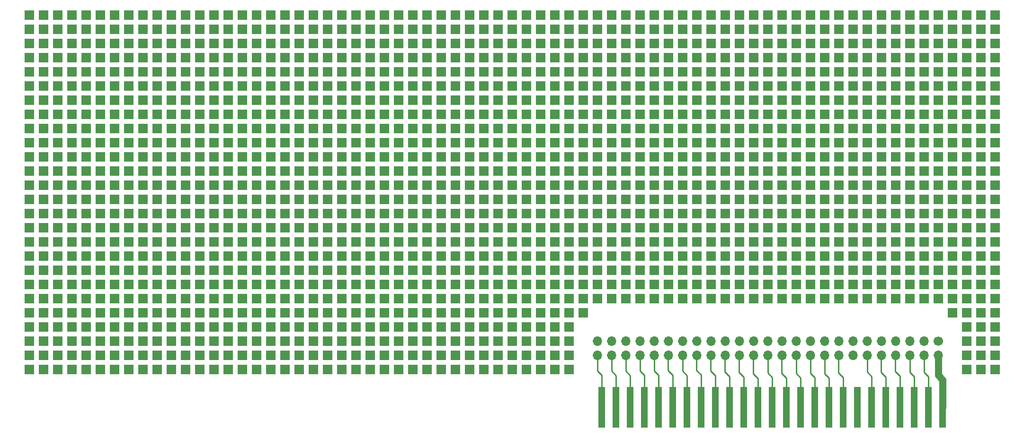
<source format=gtl>
G04 #@! TF.GenerationSoftware,KiCad,Pcbnew,(5.1.2)-1*
G04 #@! TF.CreationDate,2019-09-18T07:33:38-07:00*
G04 #@! TF.ProjectId,AppleIIPerfBoardCard,4170706c-6549-4495-9065-7266426f6172,rev?*
G04 #@! TF.SameCoordinates,Original*
G04 #@! TF.FileFunction,Copper,L1,Top*
G04 #@! TF.FilePolarity,Positive*
%FSLAX46Y46*%
G04 Gerber Fmt 4.6, Leading zero omitted, Abs format (unit mm)*
G04 Created by KiCad (PCBNEW (5.1.2)-1) date 2019-09-18 07:33:38*
%MOMM*%
%LPD*%
G04 APERTURE LIST*
%ADD10O,1.700000X1.700000*%
%ADD11C,1.700000*%
%ADD12R,1.270000X7.300000*%
%ADD13R,1.700000X1.700000*%
%ADD14C,0.254000*%
%ADD15C,1.270000*%
G04 APERTURE END LIST*
D10*
X159131000Y-124432060D03*
X159131000Y-121892060D03*
X161671000Y-124432060D03*
X161671000Y-121892060D03*
X164211000Y-124432060D03*
X164211000Y-121892060D03*
X166751000Y-124432060D03*
X166751000Y-121892060D03*
X169291000Y-124432060D03*
X169291000Y-121892060D03*
X171831000Y-124432060D03*
X171831000Y-121892060D03*
X174371000Y-124432060D03*
X174371000Y-121892060D03*
X176911000Y-124432060D03*
X176911000Y-121892060D03*
X179451000Y-124432060D03*
X179451000Y-121892060D03*
X181991000Y-124432060D03*
X181991000Y-121892060D03*
X184531000Y-124432060D03*
X184531000Y-121892060D03*
X187071000Y-124432060D03*
X187071000Y-121892060D03*
X189611000Y-124432060D03*
X189611000Y-121892060D03*
X192151000Y-124432060D03*
X192151000Y-121892060D03*
X194691000Y-124432060D03*
X194691000Y-121892060D03*
X197231000Y-124432060D03*
X197231000Y-121892060D03*
X199771000Y-124432060D03*
X199771000Y-121892060D03*
X202311000Y-124432060D03*
X202311000Y-121892060D03*
X204851000Y-124432060D03*
X204851000Y-121892060D03*
X207391000Y-124432060D03*
X207391000Y-121892060D03*
X209931000Y-124432060D03*
X209931000Y-121892060D03*
X212471000Y-124432060D03*
X212471000Y-121892060D03*
X215011000Y-124432060D03*
X215011000Y-121892060D03*
X217551000Y-124432060D03*
X217551000Y-121892060D03*
X220091000Y-124432060D03*
D11*
X220091000Y-121892060D03*
D12*
X159944881Y-133761681D03*
X162484881Y-133761681D03*
X165024881Y-133761681D03*
X167564881Y-133761681D03*
X170104881Y-133761681D03*
X172644881Y-133761681D03*
X175184881Y-133761681D03*
X177724881Y-133761681D03*
X180264881Y-133761681D03*
X182804881Y-133761681D03*
X185344881Y-133761681D03*
X187884881Y-133761681D03*
X190424881Y-133761681D03*
X192964881Y-133761681D03*
X195504881Y-133761681D03*
X198044881Y-133761681D03*
X200584881Y-133761681D03*
X203124881Y-133761681D03*
X205664881Y-133761681D03*
X208204881Y-133761681D03*
X210744881Y-133761681D03*
X213284881Y-133761681D03*
X215824881Y-133761681D03*
X218364881Y-133761681D03*
X220904881Y-133761681D03*
D13*
X230251000Y-126972060D03*
X227711000Y-126972060D03*
X225171000Y-126972060D03*
X154051000Y-126972060D03*
X151511000Y-126972060D03*
X148971000Y-126972060D03*
X146431000Y-126972060D03*
X143891000Y-126972060D03*
X141351000Y-126972060D03*
X138811000Y-126972060D03*
X136271000Y-126972060D03*
X133731000Y-126972060D03*
X131191000Y-126972060D03*
X128651000Y-126972060D03*
X126111000Y-126972060D03*
X123571000Y-126972060D03*
X121031000Y-126972060D03*
X118491000Y-126972060D03*
X115951000Y-126972060D03*
X113411000Y-126972060D03*
X110871000Y-126972060D03*
X108331000Y-126972060D03*
X105791000Y-126972060D03*
X103251000Y-126972060D03*
X100711000Y-126972060D03*
X98171000Y-126972060D03*
X95631000Y-126972060D03*
X93091000Y-126972060D03*
X90551000Y-126972060D03*
X88011000Y-126972060D03*
X85471000Y-126972060D03*
X82931000Y-126972060D03*
X80391000Y-126972060D03*
X77851000Y-126972060D03*
X75311000Y-126972060D03*
X72771000Y-126972060D03*
X70231000Y-126972060D03*
X67691000Y-126972060D03*
X65151000Y-126972060D03*
X62611000Y-126972060D03*
X60071000Y-126972060D03*
X57531000Y-126972060D03*
X230251000Y-124432060D03*
X227711000Y-124432060D03*
X225171000Y-124432060D03*
X154051000Y-124432060D03*
X151511000Y-124432060D03*
X148971000Y-124432060D03*
X146431000Y-124432060D03*
X143891000Y-124432060D03*
X141351000Y-124432060D03*
X138811000Y-124432060D03*
X136271000Y-124432060D03*
X133731000Y-124432060D03*
X131191000Y-124432060D03*
X128651000Y-124432060D03*
X126111000Y-124432060D03*
X123571000Y-124432060D03*
X121031000Y-124432060D03*
X118491000Y-124432060D03*
X115951000Y-124432060D03*
X113411000Y-124432060D03*
X110871000Y-124432060D03*
X108331000Y-124432060D03*
X105791000Y-124432060D03*
X103251000Y-124432060D03*
X100711000Y-124432060D03*
X98171000Y-124432060D03*
X95631000Y-124432060D03*
X93091000Y-124432060D03*
X90551000Y-124432060D03*
X88011000Y-124432060D03*
X85471000Y-124432060D03*
X82931000Y-124432060D03*
X80391000Y-124432060D03*
X77851000Y-124432060D03*
X75311000Y-124432060D03*
X72771000Y-124432060D03*
X70231000Y-124432060D03*
X67691000Y-124432060D03*
X65151000Y-124432060D03*
X62611000Y-124432060D03*
X60071000Y-124432060D03*
X57531000Y-124432060D03*
X230251000Y-121892060D03*
X227711000Y-121892060D03*
X225171000Y-121892060D03*
X154051000Y-121892060D03*
X151511000Y-121892060D03*
X148971000Y-121892060D03*
X146431000Y-121892060D03*
X143891000Y-121892060D03*
X141351000Y-121892060D03*
X138811000Y-121892060D03*
X136271000Y-121892060D03*
X133731000Y-121892060D03*
X131191000Y-121892060D03*
X128651000Y-121892060D03*
X126111000Y-121892060D03*
X123571000Y-121892060D03*
X121031000Y-121892060D03*
X118491000Y-121892060D03*
X115951000Y-121892060D03*
X113411000Y-121892060D03*
X110871000Y-121892060D03*
X108331000Y-121892060D03*
X105791000Y-121892060D03*
X103251000Y-121892060D03*
X100711000Y-121892060D03*
X98171000Y-121892060D03*
X95631000Y-121892060D03*
X93091000Y-121892060D03*
X90551000Y-121892060D03*
X88011000Y-121892060D03*
X85471000Y-121892060D03*
X82931000Y-121892060D03*
X80391000Y-121892060D03*
X77851000Y-121892060D03*
X75311000Y-121892060D03*
X72771000Y-121892060D03*
X70231000Y-121892060D03*
X67691000Y-121892060D03*
X65151000Y-121892060D03*
X62611000Y-121892060D03*
X60071000Y-121892060D03*
X57531000Y-121892060D03*
X230251000Y-119352060D03*
X227711000Y-119352060D03*
X225171000Y-119352060D03*
X154051000Y-119352060D03*
X151511000Y-119352060D03*
X148971000Y-119352060D03*
X146431000Y-119352060D03*
X143891000Y-119352060D03*
X141351000Y-119352060D03*
X138811000Y-119352060D03*
X136271000Y-119352060D03*
X133731000Y-119352060D03*
X131191000Y-119352060D03*
X128651000Y-119352060D03*
X126111000Y-119352060D03*
X123571000Y-119352060D03*
X121031000Y-119352060D03*
X118491000Y-119352060D03*
X115951000Y-119352060D03*
X113411000Y-119352060D03*
X110871000Y-119352060D03*
X108331000Y-119352060D03*
X105791000Y-119352060D03*
X103251000Y-119352060D03*
X100711000Y-119352060D03*
X98171000Y-119352060D03*
X95631000Y-119352060D03*
X93091000Y-119352060D03*
X90551000Y-119352060D03*
X88011000Y-119352060D03*
X85471000Y-119352060D03*
X82931000Y-119352060D03*
X80391000Y-119352060D03*
X77851000Y-119352060D03*
X75311000Y-119352060D03*
X72771000Y-119352060D03*
X70231000Y-119352060D03*
X67691000Y-119352060D03*
X65151000Y-119352060D03*
X62611000Y-119352060D03*
X60071000Y-119352060D03*
X57531000Y-119352060D03*
X230251000Y-116812060D03*
X227711000Y-116812060D03*
X225171000Y-116812060D03*
X222631000Y-116812060D03*
X156591000Y-116812060D03*
X154051000Y-116812060D03*
X151511000Y-116812060D03*
X148971000Y-116812060D03*
X146431000Y-116812060D03*
X143891000Y-116812060D03*
X141351000Y-116812060D03*
X138811000Y-116812060D03*
X136271000Y-116812060D03*
X133731000Y-116812060D03*
X131191000Y-116812060D03*
X128651000Y-116812060D03*
X126111000Y-116812060D03*
X123571000Y-116812060D03*
X121031000Y-116812060D03*
X118491000Y-116812060D03*
X115951000Y-116812060D03*
X113411000Y-116812060D03*
X110871000Y-116812060D03*
X108331000Y-116812060D03*
X105791000Y-116812060D03*
X103251000Y-116812060D03*
X100711000Y-116812060D03*
X98171000Y-116812060D03*
X95631000Y-116812060D03*
X93091000Y-116812060D03*
X90551000Y-116812060D03*
X88011000Y-116812060D03*
X85471000Y-116812060D03*
X82931000Y-116812060D03*
X80391000Y-116812060D03*
X77851000Y-116812060D03*
X75311000Y-116812060D03*
X72771000Y-116812060D03*
X70231000Y-116812060D03*
X67691000Y-116812060D03*
X65151000Y-116812060D03*
X62611000Y-116812060D03*
X60071000Y-116812060D03*
X57531000Y-116812060D03*
X230251000Y-114272060D03*
X227711000Y-114272060D03*
X225171000Y-114272060D03*
X222631000Y-114272060D03*
X220091000Y-114272060D03*
X217551000Y-114272060D03*
X215011000Y-114272060D03*
X212471000Y-114272060D03*
X209931000Y-114272060D03*
X207391000Y-114272060D03*
X204851000Y-114272060D03*
X202311000Y-114272060D03*
X199771000Y-114272060D03*
X197231000Y-114272060D03*
X194691000Y-114272060D03*
X192151000Y-114272060D03*
X189611000Y-114272060D03*
X187071000Y-114272060D03*
X184531000Y-114272060D03*
X181991000Y-114272060D03*
X179451000Y-114272060D03*
X176911000Y-114272060D03*
X174371000Y-114272060D03*
X171831000Y-114272060D03*
X169291000Y-114272060D03*
X166751000Y-114272060D03*
X164211000Y-114272060D03*
X161671000Y-114272060D03*
X159131000Y-114272060D03*
X156591000Y-114272060D03*
X154051000Y-114272060D03*
X151511000Y-114272060D03*
X148971000Y-114272060D03*
X146431000Y-114272060D03*
X143891000Y-114272060D03*
X141351000Y-114272060D03*
X138811000Y-114272060D03*
X136271000Y-114272060D03*
X133731000Y-114272060D03*
X131191000Y-114272060D03*
X128651000Y-114272060D03*
X126111000Y-114272060D03*
X123571000Y-114272060D03*
X121031000Y-114272060D03*
X118491000Y-114272060D03*
X115951000Y-114272060D03*
X113411000Y-114272060D03*
X110871000Y-114272060D03*
X108331000Y-114272060D03*
X105791000Y-114272060D03*
X103251000Y-114272060D03*
X100711000Y-114272060D03*
X98171000Y-114272060D03*
X95631000Y-114272060D03*
X93091000Y-114272060D03*
X90551000Y-114272060D03*
X88011000Y-114272060D03*
X85471000Y-114272060D03*
X82931000Y-114272060D03*
X80391000Y-114272060D03*
X77851000Y-114272060D03*
X75311000Y-114272060D03*
X72771000Y-114272060D03*
X70231000Y-114272060D03*
X67691000Y-114272060D03*
X65151000Y-114272060D03*
X62611000Y-114272060D03*
X60071000Y-114272060D03*
X57531000Y-114272060D03*
X230251000Y-111732060D03*
X227711000Y-111732060D03*
X225171000Y-111732060D03*
X222631000Y-111732060D03*
X220091000Y-111732060D03*
X217551000Y-111732060D03*
X215011000Y-111732060D03*
X212471000Y-111732060D03*
X209931000Y-111732060D03*
X207391000Y-111732060D03*
X204851000Y-111732060D03*
X202311000Y-111732060D03*
X199771000Y-111732060D03*
X197231000Y-111732060D03*
X194691000Y-111732060D03*
X192151000Y-111732060D03*
X189611000Y-111732060D03*
X187071000Y-111732060D03*
X184531000Y-111732060D03*
X181991000Y-111732060D03*
X179451000Y-111732060D03*
X176911000Y-111732060D03*
X174371000Y-111732060D03*
X171831000Y-111732060D03*
X169291000Y-111732060D03*
X166751000Y-111732060D03*
X164211000Y-111732060D03*
X161671000Y-111732060D03*
X159131000Y-111732060D03*
X156591000Y-111732060D03*
X154051000Y-111732060D03*
X151511000Y-111732060D03*
X148971000Y-111732060D03*
X146431000Y-111732060D03*
X143891000Y-111732060D03*
X141351000Y-111732060D03*
X138811000Y-111732060D03*
X136271000Y-111732060D03*
X133731000Y-111732060D03*
X131191000Y-111732060D03*
X128651000Y-111732060D03*
X126111000Y-111732060D03*
X123571000Y-111732060D03*
X121031000Y-111732060D03*
X118491000Y-111732060D03*
X115951000Y-111732060D03*
X113411000Y-111732060D03*
X110871000Y-111732060D03*
X108331000Y-111732060D03*
X105791000Y-111732060D03*
X103251000Y-111732060D03*
X100711000Y-111732060D03*
X98171000Y-111732060D03*
X95631000Y-111732060D03*
X93091000Y-111732060D03*
X90551000Y-111732060D03*
X88011000Y-111732060D03*
X85471000Y-111732060D03*
X82931000Y-111732060D03*
X80391000Y-111732060D03*
X77851000Y-111732060D03*
X75311000Y-111732060D03*
X72771000Y-111732060D03*
X70231000Y-111732060D03*
X67691000Y-111732060D03*
X65151000Y-111732060D03*
X62611000Y-111732060D03*
X60071000Y-111732060D03*
X57531000Y-111732060D03*
X230251000Y-109192060D03*
X227711000Y-109192060D03*
X225171000Y-109192060D03*
X222631000Y-109192060D03*
X220091000Y-109192060D03*
X217551000Y-109192060D03*
X215011000Y-109192060D03*
X212471000Y-109192060D03*
X209931000Y-109192060D03*
X207391000Y-109192060D03*
X204851000Y-109192060D03*
X202311000Y-109192060D03*
X199771000Y-109192060D03*
X197231000Y-109192060D03*
X194691000Y-109192060D03*
X192151000Y-109192060D03*
X189611000Y-109192060D03*
X187071000Y-109192060D03*
X184531000Y-109192060D03*
X181991000Y-109192060D03*
X179451000Y-109192060D03*
X176911000Y-109192060D03*
X174371000Y-109192060D03*
X171831000Y-109192060D03*
X169291000Y-109192060D03*
X166751000Y-109192060D03*
X164211000Y-109192060D03*
X161671000Y-109192060D03*
X159131000Y-109192060D03*
X156591000Y-109192060D03*
X154051000Y-109192060D03*
X151511000Y-109192060D03*
X148971000Y-109192060D03*
X146431000Y-109192060D03*
X143891000Y-109192060D03*
X141351000Y-109192060D03*
X138811000Y-109192060D03*
X136271000Y-109192060D03*
X133731000Y-109192060D03*
X131191000Y-109192060D03*
X128651000Y-109192060D03*
X126111000Y-109192060D03*
X123571000Y-109192060D03*
X121031000Y-109192060D03*
X118491000Y-109192060D03*
X115951000Y-109192060D03*
X113411000Y-109192060D03*
X110871000Y-109192060D03*
X108331000Y-109192060D03*
X105791000Y-109192060D03*
X103251000Y-109192060D03*
X100711000Y-109192060D03*
X98171000Y-109192060D03*
X95631000Y-109192060D03*
X93091000Y-109192060D03*
X90551000Y-109192060D03*
X88011000Y-109192060D03*
X85471000Y-109192060D03*
X82931000Y-109192060D03*
X80391000Y-109192060D03*
X77851000Y-109192060D03*
X75311000Y-109192060D03*
X72771000Y-109192060D03*
X70231000Y-109192060D03*
X67691000Y-109192060D03*
X65151000Y-109192060D03*
X62611000Y-109192060D03*
X60071000Y-109192060D03*
X57531000Y-109192060D03*
X230251000Y-106652060D03*
X227711000Y-106652060D03*
X225171000Y-106652060D03*
X222631000Y-106652060D03*
X220091000Y-106652060D03*
X217551000Y-106652060D03*
X215011000Y-106652060D03*
X212471000Y-106652060D03*
X209931000Y-106652060D03*
X207391000Y-106652060D03*
X204851000Y-106652060D03*
X202311000Y-106652060D03*
X199771000Y-106652060D03*
X197231000Y-106652060D03*
X194691000Y-106652060D03*
X192151000Y-106652060D03*
X189611000Y-106652060D03*
X187071000Y-106652060D03*
X184531000Y-106652060D03*
X181991000Y-106652060D03*
X179451000Y-106652060D03*
X176911000Y-106652060D03*
X174371000Y-106652060D03*
X171831000Y-106652060D03*
X169291000Y-106652060D03*
X166751000Y-106652060D03*
X164211000Y-106652060D03*
X161671000Y-106652060D03*
X159131000Y-106652060D03*
X156591000Y-106652060D03*
X154051000Y-106652060D03*
X151511000Y-106652060D03*
X148971000Y-106652060D03*
X146431000Y-106652060D03*
X143891000Y-106652060D03*
X141351000Y-106652060D03*
X138811000Y-106652060D03*
X136271000Y-106652060D03*
X133731000Y-106652060D03*
X131191000Y-106652060D03*
X128651000Y-106652060D03*
X126111000Y-106652060D03*
X123571000Y-106652060D03*
X121031000Y-106652060D03*
X118491000Y-106652060D03*
X115951000Y-106652060D03*
X113411000Y-106652060D03*
X110871000Y-106652060D03*
X108331000Y-106652060D03*
X105791000Y-106652060D03*
X103251000Y-106652060D03*
X100711000Y-106652060D03*
X98171000Y-106652060D03*
X95631000Y-106652060D03*
X93091000Y-106652060D03*
X90551000Y-106652060D03*
X88011000Y-106652060D03*
X85471000Y-106652060D03*
X82931000Y-106652060D03*
X80391000Y-106652060D03*
X77851000Y-106652060D03*
X75311000Y-106652060D03*
X72771000Y-106652060D03*
X70231000Y-106652060D03*
X67691000Y-106652060D03*
X65151000Y-106652060D03*
X62611000Y-106652060D03*
X60071000Y-106652060D03*
X57531000Y-106652060D03*
X230251000Y-104112060D03*
X227711000Y-104112060D03*
X225171000Y-104112060D03*
X222631000Y-104112060D03*
X220091000Y-104112060D03*
X217551000Y-104112060D03*
X215011000Y-104112060D03*
X212471000Y-104112060D03*
X209931000Y-104112060D03*
X207391000Y-104112060D03*
X204851000Y-104112060D03*
X202311000Y-104112060D03*
X199771000Y-104112060D03*
X197231000Y-104112060D03*
X194691000Y-104112060D03*
X192151000Y-104112060D03*
X189611000Y-104112060D03*
X187071000Y-104112060D03*
X184531000Y-104112060D03*
X181991000Y-104112060D03*
X179451000Y-104112060D03*
X176911000Y-104112060D03*
X174371000Y-104112060D03*
X171831000Y-104112060D03*
X169291000Y-104112060D03*
X166751000Y-104112060D03*
X164211000Y-104112060D03*
X161671000Y-104112060D03*
X159131000Y-104112060D03*
X156591000Y-104112060D03*
X154051000Y-104112060D03*
X151511000Y-104112060D03*
X148971000Y-104112060D03*
X146431000Y-104112060D03*
X143891000Y-104112060D03*
X141351000Y-104112060D03*
X138811000Y-104112060D03*
X136271000Y-104112060D03*
X133731000Y-104112060D03*
X131191000Y-104112060D03*
X128651000Y-104112060D03*
X126111000Y-104112060D03*
X123571000Y-104112060D03*
X121031000Y-104112060D03*
X118491000Y-104112060D03*
X115951000Y-104112060D03*
X113411000Y-104112060D03*
X110871000Y-104112060D03*
X108331000Y-104112060D03*
X105791000Y-104112060D03*
X103251000Y-104112060D03*
X100711000Y-104112060D03*
X98171000Y-104112060D03*
X95631000Y-104112060D03*
X93091000Y-104112060D03*
X90551000Y-104112060D03*
X88011000Y-104112060D03*
X85471000Y-104112060D03*
X82931000Y-104112060D03*
X80391000Y-104112060D03*
X77851000Y-104112060D03*
X75311000Y-104112060D03*
X72771000Y-104112060D03*
X70231000Y-104112060D03*
X67691000Y-104112060D03*
X65151000Y-104112060D03*
X62611000Y-104112060D03*
X60071000Y-104112060D03*
X57531000Y-104112060D03*
X230251000Y-101572060D03*
X227711000Y-101572060D03*
X225171000Y-101572060D03*
X222631000Y-101572060D03*
X220091000Y-101572060D03*
X217551000Y-101572060D03*
X215011000Y-101572060D03*
X212471000Y-101572060D03*
X209931000Y-101572060D03*
X207391000Y-101572060D03*
X204851000Y-101572060D03*
X202311000Y-101572060D03*
X199771000Y-101572060D03*
X197231000Y-101572060D03*
X194691000Y-101572060D03*
X192151000Y-101572060D03*
X189611000Y-101572060D03*
X187071000Y-101572060D03*
X184531000Y-101572060D03*
X181991000Y-101572060D03*
X179451000Y-101572060D03*
X176911000Y-101572060D03*
X174371000Y-101572060D03*
X171831000Y-101572060D03*
X169291000Y-101572060D03*
X166751000Y-101572060D03*
X164211000Y-101572060D03*
X161671000Y-101572060D03*
X159131000Y-101572060D03*
X156591000Y-101572060D03*
X154051000Y-101572060D03*
X151511000Y-101572060D03*
X148971000Y-101572060D03*
X146431000Y-101572060D03*
X143891000Y-101572060D03*
X141351000Y-101572060D03*
X138811000Y-101572060D03*
X136271000Y-101572060D03*
X133731000Y-101572060D03*
X131191000Y-101572060D03*
X128651000Y-101572060D03*
X126111000Y-101572060D03*
X123571000Y-101572060D03*
X121031000Y-101572060D03*
X118491000Y-101572060D03*
X115951000Y-101572060D03*
X113411000Y-101572060D03*
X110871000Y-101572060D03*
X108331000Y-101572060D03*
X105791000Y-101572060D03*
X103251000Y-101572060D03*
X100711000Y-101572060D03*
X98171000Y-101572060D03*
X95631000Y-101572060D03*
X93091000Y-101572060D03*
X90551000Y-101572060D03*
X88011000Y-101572060D03*
X85471000Y-101572060D03*
X82931000Y-101572060D03*
X80391000Y-101572060D03*
X77851000Y-101572060D03*
X75311000Y-101572060D03*
X72771000Y-101572060D03*
X70231000Y-101572060D03*
X67691000Y-101572060D03*
X65151000Y-101572060D03*
X62611000Y-101572060D03*
X60071000Y-101572060D03*
X57531000Y-101572060D03*
X230251000Y-99032060D03*
X227711000Y-99032060D03*
X225171000Y-99032060D03*
X222631000Y-99032060D03*
X220091000Y-99032060D03*
X217551000Y-99032060D03*
X215011000Y-99032060D03*
X212471000Y-99032060D03*
X209931000Y-99032060D03*
X207391000Y-99032060D03*
X204851000Y-99032060D03*
X202311000Y-99032060D03*
X199771000Y-99032060D03*
X197231000Y-99032060D03*
X194691000Y-99032060D03*
X192151000Y-99032060D03*
X189611000Y-99032060D03*
X187071000Y-99032060D03*
X184531000Y-99032060D03*
X181991000Y-99032060D03*
X179451000Y-99032060D03*
X176911000Y-99032060D03*
X174371000Y-99032060D03*
X171831000Y-99032060D03*
X169291000Y-99032060D03*
X166751000Y-99032060D03*
X164211000Y-99032060D03*
X161671000Y-99032060D03*
X159131000Y-99032060D03*
X156591000Y-99032060D03*
X154051000Y-99032060D03*
X151511000Y-99032060D03*
X148971000Y-99032060D03*
X146431000Y-99032060D03*
X143891000Y-99032060D03*
X141351000Y-99032060D03*
X138811000Y-99032060D03*
X136271000Y-99032060D03*
X133731000Y-99032060D03*
X131191000Y-99032060D03*
X128651000Y-99032060D03*
X126111000Y-99032060D03*
X123571000Y-99032060D03*
X121031000Y-99032060D03*
X118491000Y-99032060D03*
X115951000Y-99032060D03*
X113411000Y-99032060D03*
X110871000Y-99032060D03*
X108331000Y-99032060D03*
X105791000Y-99032060D03*
X103251000Y-99032060D03*
X100711000Y-99032060D03*
X98171000Y-99032060D03*
X95631000Y-99032060D03*
X93091000Y-99032060D03*
X90551000Y-99032060D03*
X88011000Y-99032060D03*
X85471000Y-99032060D03*
X82931000Y-99032060D03*
X80391000Y-99032060D03*
X77851000Y-99032060D03*
X75311000Y-99032060D03*
X72771000Y-99032060D03*
X70231000Y-99032060D03*
X67691000Y-99032060D03*
X65151000Y-99032060D03*
X62611000Y-99032060D03*
X60071000Y-99032060D03*
X57531000Y-99032060D03*
X230251000Y-96492060D03*
X227711000Y-96492060D03*
X225171000Y-96492060D03*
X222631000Y-96492060D03*
X220091000Y-96492060D03*
X217551000Y-96492060D03*
X215011000Y-96492060D03*
X212471000Y-96492060D03*
X209931000Y-96492060D03*
X207391000Y-96492060D03*
X204851000Y-96492060D03*
X202311000Y-96492060D03*
X199771000Y-96492060D03*
X197231000Y-96492060D03*
X194691000Y-96492060D03*
X192151000Y-96492060D03*
X189611000Y-96492060D03*
X187071000Y-96492060D03*
X184531000Y-96492060D03*
X181991000Y-96492060D03*
X179451000Y-96492060D03*
X176911000Y-96492060D03*
X174371000Y-96492060D03*
X171831000Y-96492060D03*
X169291000Y-96492060D03*
X166751000Y-96492060D03*
X164211000Y-96492060D03*
X161671000Y-96492060D03*
X159131000Y-96492060D03*
X156591000Y-96492060D03*
X154051000Y-96492060D03*
X151511000Y-96492060D03*
X148971000Y-96492060D03*
X146431000Y-96492060D03*
X143891000Y-96492060D03*
X141351000Y-96492060D03*
X138811000Y-96492060D03*
X136271000Y-96492060D03*
X133731000Y-96492060D03*
X131191000Y-96492060D03*
X128651000Y-96492060D03*
X126111000Y-96492060D03*
X123571000Y-96492060D03*
X121031000Y-96492060D03*
X118491000Y-96492060D03*
X115951000Y-96492060D03*
X113411000Y-96492060D03*
X110871000Y-96492060D03*
X108331000Y-96492060D03*
X105791000Y-96492060D03*
X103251000Y-96492060D03*
X100711000Y-96492060D03*
X98171000Y-96492060D03*
X95631000Y-96492060D03*
X93091000Y-96492060D03*
X90551000Y-96492060D03*
X88011000Y-96492060D03*
X85471000Y-96492060D03*
X82931000Y-96492060D03*
X80391000Y-96492060D03*
X77851000Y-96492060D03*
X75311000Y-96492060D03*
X72771000Y-96492060D03*
X70231000Y-96492060D03*
X67691000Y-96492060D03*
X65151000Y-96492060D03*
X62611000Y-96492060D03*
X60071000Y-96492060D03*
X57531000Y-96492060D03*
X230251000Y-93952060D03*
X227711000Y-93952060D03*
X225171000Y-93952060D03*
X222631000Y-93952060D03*
X220091000Y-93952060D03*
X217551000Y-93952060D03*
X215011000Y-93952060D03*
X212471000Y-93952060D03*
X209931000Y-93952060D03*
X207391000Y-93952060D03*
X204851000Y-93952060D03*
X202311000Y-93952060D03*
X199771000Y-93952060D03*
X197231000Y-93952060D03*
X194691000Y-93952060D03*
X192151000Y-93952060D03*
X189611000Y-93952060D03*
X187071000Y-93952060D03*
X184531000Y-93952060D03*
X181991000Y-93952060D03*
X179451000Y-93952060D03*
X176911000Y-93952060D03*
X174371000Y-93952060D03*
X171831000Y-93952060D03*
X169291000Y-93952060D03*
X166751000Y-93952060D03*
X164211000Y-93952060D03*
X161671000Y-93952060D03*
X159131000Y-93952060D03*
X156591000Y-93952060D03*
X154051000Y-93952060D03*
X151511000Y-93952060D03*
X148971000Y-93952060D03*
X146431000Y-93952060D03*
X143891000Y-93952060D03*
X141351000Y-93952060D03*
X138811000Y-93952060D03*
X136271000Y-93952060D03*
X133731000Y-93952060D03*
X131191000Y-93952060D03*
X128651000Y-93952060D03*
X126111000Y-93952060D03*
X123571000Y-93952060D03*
X121031000Y-93952060D03*
X118491000Y-93952060D03*
X115951000Y-93952060D03*
X113411000Y-93952060D03*
X110871000Y-93952060D03*
X108331000Y-93952060D03*
X105791000Y-93952060D03*
X103251000Y-93952060D03*
X100711000Y-93952060D03*
X98171000Y-93952060D03*
X95631000Y-93952060D03*
X93091000Y-93952060D03*
X90551000Y-93952060D03*
X88011000Y-93952060D03*
X85471000Y-93952060D03*
X82931000Y-93952060D03*
X80391000Y-93952060D03*
X77851000Y-93952060D03*
X75311000Y-93952060D03*
X72771000Y-93952060D03*
X70231000Y-93952060D03*
X67691000Y-93952060D03*
X65151000Y-93952060D03*
X62611000Y-93952060D03*
X60071000Y-93952060D03*
X57531000Y-93952060D03*
X230251000Y-91412060D03*
X227711000Y-91412060D03*
X225171000Y-91412060D03*
X222631000Y-91412060D03*
X220091000Y-91412060D03*
X217551000Y-91412060D03*
X215011000Y-91412060D03*
X212471000Y-91412060D03*
X209931000Y-91412060D03*
X207391000Y-91412060D03*
X204851000Y-91412060D03*
X202311000Y-91412060D03*
X199771000Y-91412060D03*
X197231000Y-91412060D03*
X194691000Y-91412060D03*
X192151000Y-91412060D03*
X189611000Y-91412060D03*
X187071000Y-91412060D03*
X184531000Y-91412060D03*
X181991000Y-91412060D03*
X179451000Y-91412060D03*
X176911000Y-91412060D03*
X174371000Y-91412060D03*
X171831000Y-91412060D03*
X169291000Y-91412060D03*
X166751000Y-91412060D03*
X164211000Y-91412060D03*
X161671000Y-91412060D03*
X159131000Y-91412060D03*
X156591000Y-91412060D03*
X154051000Y-91412060D03*
X151511000Y-91412060D03*
X148971000Y-91412060D03*
X146431000Y-91412060D03*
X143891000Y-91412060D03*
X141351000Y-91412060D03*
X138811000Y-91412060D03*
X136271000Y-91412060D03*
X133731000Y-91412060D03*
X131191000Y-91412060D03*
X128651000Y-91412060D03*
X126111000Y-91412060D03*
X123571000Y-91412060D03*
X121031000Y-91412060D03*
X118491000Y-91412060D03*
X115951000Y-91412060D03*
X113411000Y-91412060D03*
X110871000Y-91412060D03*
X108331000Y-91412060D03*
X105791000Y-91412060D03*
X103251000Y-91412060D03*
X100711000Y-91412060D03*
X98171000Y-91412060D03*
X95631000Y-91412060D03*
X93091000Y-91412060D03*
X90551000Y-91412060D03*
X88011000Y-91412060D03*
X85471000Y-91412060D03*
X82931000Y-91412060D03*
X80391000Y-91412060D03*
X77851000Y-91412060D03*
X75311000Y-91412060D03*
X72771000Y-91412060D03*
X70231000Y-91412060D03*
X67691000Y-91412060D03*
X65151000Y-91412060D03*
X62611000Y-91412060D03*
X60071000Y-91412060D03*
X57531000Y-91412060D03*
X230251000Y-88872060D03*
X227711000Y-88872060D03*
X225171000Y-88872060D03*
X222631000Y-88872060D03*
X220091000Y-88872060D03*
X217551000Y-88872060D03*
X215011000Y-88872060D03*
X212471000Y-88872060D03*
X209931000Y-88872060D03*
X207391000Y-88872060D03*
X204851000Y-88872060D03*
X202311000Y-88872060D03*
X199771000Y-88872060D03*
X197231000Y-88872060D03*
X194691000Y-88872060D03*
X192151000Y-88872060D03*
X189611000Y-88872060D03*
X187071000Y-88872060D03*
X184531000Y-88872060D03*
X181991000Y-88872060D03*
X179451000Y-88872060D03*
X176911000Y-88872060D03*
X174371000Y-88872060D03*
X171831000Y-88872060D03*
X169291000Y-88872060D03*
X166751000Y-88872060D03*
X164211000Y-88872060D03*
X161671000Y-88872060D03*
X159131000Y-88872060D03*
X156591000Y-88872060D03*
X154051000Y-88872060D03*
X151511000Y-88872060D03*
X148971000Y-88872060D03*
X146431000Y-88872060D03*
X143891000Y-88872060D03*
X141351000Y-88872060D03*
X138811000Y-88872060D03*
X136271000Y-88872060D03*
X133731000Y-88872060D03*
X131191000Y-88872060D03*
X128651000Y-88872060D03*
X126111000Y-88872060D03*
X123571000Y-88872060D03*
X121031000Y-88872060D03*
X118491000Y-88872060D03*
X115951000Y-88872060D03*
X113411000Y-88872060D03*
X110871000Y-88872060D03*
X108331000Y-88872060D03*
X105791000Y-88872060D03*
X103251000Y-88872060D03*
X100711000Y-88872060D03*
X98171000Y-88872060D03*
X95631000Y-88872060D03*
X93091000Y-88872060D03*
X90551000Y-88872060D03*
X88011000Y-88872060D03*
X85471000Y-88872060D03*
X82931000Y-88872060D03*
X80391000Y-88872060D03*
X77851000Y-88872060D03*
X75311000Y-88872060D03*
X72771000Y-88872060D03*
X70231000Y-88872060D03*
X67691000Y-88872060D03*
X65151000Y-88872060D03*
X62611000Y-88872060D03*
X60071000Y-88872060D03*
X57531000Y-88872060D03*
X230251000Y-86332060D03*
X227711000Y-86332060D03*
X225171000Y-86332060D03*
X222631000Y-86332060D03*
X220091000Y-86332060D03*
X217551000Y-86332060D03*
X215011000Y-86332060D03*
X212471000Y-86332060D03*
X209931000Y-86332060D03*
X207391000Y-86332060D03*
X204851000Y-86332060D03*
X202311000Y-86332060D03*
X199771000Y-86332060D03*
X197231000Y-86332060D03*
X194691000Y-86332060D03*
X192151000Y-86332060D03*
X189611000Y-86332060D03*
X187071000Y-86332060D03*
X184531000Y-86332060D03*
X181991000Y-86332060D03*
X179451000Y-86332060D03*
X176911000Y-86332060D03*
X174371000Y-86332060D03*
X171831000Y-86332060D03*
X169291000Y-86332060D03*
X166751000Y-86332060D03*
X164211000Y-86332060D03*
X161671000Y-86332060D03*
X159131000Y-86332060D03*
X156591000Y-86332060D03*
X154051000Y-86332060D03*
X151511000Y-86332060D03*
X148971000Y-86332060D03*
X146431000Y-86332060D03*
X143891000Y-86332060D03*
X141351000Y-86332060D03*
X138811000Y-86332060D03*
X136271000Y-86332060D03*
X133731000Y-86332060D03*
X131191000Y-86332060D03*
X128651000Y-86332060D03*
X126111000Y-86332060D03*
X123571000Y-86332060D03*
X121031000Y-86332060D03*
X118491000Y-86332060D03*
X115951000Y-86332060D03*
X113411000Y-86332060D03*
X110871000Y-86332060D03*
X108331000Y-86332060D03*
X105791000Y-86332060D03*
X103251000Y-86332060D03*
X100711000Y-86332060D03*
X98171000Y-86332060D03*
X95631000Y-86332060D03*
X93091000Y-86332060D03*
X90551000Y-86332060D03*
X88011000Y-86332060D03*
X85471000Y-86332060D03*
X82931000Y-86332060D03*
X80391000Y-86332060D03*
X77851000Y-86332060D03*
X75311000Y-86332060D03*
X72771000Y-86332060D03*
X70231000Y-86332060D03*
X67691000Y-86332060D03*
X65151000Y-86332060D03*
X62611000Y-86332060D03*
X60071000Y-86332060D03*
X57531000Y-86332060D03*
X230251000Y-83792060D03*
X227711000Y-83792060D03*
X225171000Y-83792060D03*
X222631000Y-83792060D03*
X220091000Y-83792060D03*
X217551000Y-83792060D03*
X215011000Y-83792060D03*
X212471000Y-83792060D03*
X209931000Y-83792060D03*
X207391000Y-83792060D03*
X204851000Y-83792060D03*
X202311000Y-83792060D03*
X199771000Y-83792060D03*
X197231000Y-83792060D03*
X194691000Y-83792060D03*
X192151000Y-83792060D03*
X189611000Y-83792060D03*
X187071000Y-83792060D03*
X184531000Y-83792060D03*
X181991000Y-83792060D03*
X179451000Y-83792060D03*
X176911000Y-83792060D03*
X174371000Y-83792060D03*
X171831000Y-83792060D03*
X169291000Y-83792060D03*
X166751000Y-83792060D03*
X164211000Y-83792060D03*
X161671000Y-83792060D03*
X159131000Y-83792060D03*
X156591000Y-83792060D03*
X154051000Y-83792060D03*
X151511000Y-83792060D03*
X148971000Y-83792060D03*
X146431000Y-83792060D03*
X143891000Y-83792060D03*
X141351000Y-83792060D03*
X138811000Y-83792060D03*
X136271000Y-83792060D03*
X133731000Y-83792060D03*
X131191000Y-83792060D03*
X128651000Y-83792060D03*
X126111000Y-83792060D03*
X123571000Y-83792060D03*
X121031000Y-83792060D03*
X118491000Y-83792060D03*
X115951000Y-83792060D03*
X113411000Y-83792060D03*
X110871000Y-83792060D03*
X108331000Y-83792060D03*
X105791000Y-83792060D03*
X103251000Y-83792060D03*
X100711000Y-83792060D03*
X98171000Y-83792060D03*
X95631000Y-83792060D03*
X93091000Y-83792060D03*
X90551000Y-83792060D03*
X88011000Y-83792060D03*
X85471000Y-83792060D03*
X82931000Y-83792060D03*
X80391000Y-83792060D03*
X77851000Y-83792060D03*
X75311000Y-83792060D03*
X72771000Y-83792060D03*
X70231000Y-83792060D03*
X67691000Y-83792060D03*
X65151000Y-83792060D03*
X62611000Y-83792060D03*
X60071000Y-83792060D03*
X57531000Y-83792060D03*
X230251000Y-81252060D03*
X227711000Y-81252060D03*
X225171000Y-81252060D03*
X222631000Y-81252060D03*
X220091000Y-81252060D03*
X217551000Y-81252060D03*
X215011000Y-81252060D03*
X212471000Y-81252060D03*
X209931000Y-81252060D03*
X207391000Y-81252060D03*
X204851000Y-81252060D03*
X202311000Y-81252060D03*
X199771000Y-81252060D03*
X197231000Y-81252060D03*
X194691000Y-81252060D03*
X192151000Y-81252060D03*
X189611000Y-81252060D03*
X187071000Y-81252060D03*
X184531000Y-81252060D03*
X181991000Y-81252060D03*
X179451000Y-81252060D03*
X176911000Y-81252060D03*
X174371000Y-81252060D03*
X171831000Y-81252060D03*
X169291000Y-81252060D03*
X166751000Y-81252060D03*
X164211000Y-81252060D03*
X161671000Y-81252060D03*
X159131000Y-81252060D03*
X156591000Y-81252060D03*
X154051000Y-81252060D03*
X151511000Y-81252060D03*
X148971000Y-81252060D03*
X146431000Y-81252060D03*
X143891000Y-81252060D03*
X141351000Y-81252060D03*
X138811000Y-81252060D03*
X136271000Y-81252060D03*
X133731000Y-81252060D03*
X131191000Y-81252060D03*
X128651000Y-81252060D03*
X126111000Y-81252060D03*
X123571000Y-81252060D03*
X121031000Y-81252060D03*
X118491000Y-81252060D03*
X115951000Y-81252060D03*
X113411000Y-81252060D03*
X110871000Y-81252060D03*
X108331000Y-81252060D03*
X105791000Y-81252060D03*
X103251000Y-81252060D03*
X100711000Y-81252060D03*
X98171000Y-81252060D03*
X95631000Y-81252060D03*
X93091000Y-81252060D03*
X90551000Y-81252060D03*
X88011000Y-81252060D03*
X85471000Y-81252060D03*
X82931000Y-81252060D03*
X80391000Y-81252060D03*
X77851000Y-81252060D03*
X75311000Y-81252060D03*
X72771000Y-81252060D03*
X70231000Y-81252060D03*
X67691000Y-81252060D03*
X65151000Y-81252060D03*
X62611000Y-81252060D03*
X60071000Y-81252060D03*
X57531000Y-81252060D03*
X230251000Y-78712060D03*
X227711000Y-78712060D03*
X225171000Y-78712060D03*
X222631000Y-78712060D03*
X220091000Y-78712060D03*
X217551000Y-78712060D03*
X215011000Y-78712060D03*
X212471000Y-78712060D03*
X209931000Y-78712060D03*
X207391000Y-78712060D03*
X204851000Y-78712060D03*
X202311000Y-78712060D03*
X199771000Y-78712060D03*
X197231000Y-78712060D03*
X194691000Y-78712060D03*
X192151000Y-78712060D03*
X189611000Y-78712060D03*
X187071000Y-78712060D03*
X184531000Y-78712060D03*
X181991000Y-78712060D03*
X179451000Y-78712060D03*
X176911000Y-78712060D03*
X174371000Y-78712060D03*
X171831000Y-78712060D03*
X169291000Y-78712060D03*
X166751000Y-78712060D03*
X164211000Y-78712060D03*
X161671000Y-78712060D03*
X159131000Y-78712060D03*
X156591000Y-78712060D03*
X154051000Y-78712060D03*
X151511000Y-78712060D03*
X148971000Y-78712060D03*
X146431000Y-78712060D03*
X143891000Y-78712060D03*
X141351000Y-78712060D03*
X138811000Y-78712060D03*
X136271000Y-78712060D03*
X133731000Y-78712060D03*
X131191000Y-78712060D03*
X128651000Y-78712060D03*
X126111000Y-78712060D03*
X123571000Y-78712060D03*
X121031000Y-78712060D03*
X118491000Y-78712060D03*
X115951000Y-78712060D03*
X113411000Y-78712060D03*
X110871000Y-78712060D03*
X108331000Y-78712060D03*
X105791000Y-78712060D03*
X103251000Y-78712060D03*
X100711000Y-78712060D03*
X98171000Y-78712060D03*
X95631000Y-78712060D03*
X93091000Y-78712060D03*
X90551000Y-78712060D03*
X88011000Y-78712060D03*
X85471000Y-78712060D03*
X82931000Y-78712060D03*
X80391000Y-78712060D03*
X77851000Y-78712060D03*
X75311000Y-78712060D03*
X72771000Y-78712060D03*
X70231000Y-78712060D03*
X67691000Y-78712060D03*
X65151000Y-78712060D03*
X62611000Y-78712060D03*
X60071000Y-78712060D03*
X57531000Y-78712060D03*
X230251000Y-76172060D03*
X227711000Y-76172060D03*
X225171000Y-76172060D03*
X222631000Y-76172060D03*
X220091000Y-76172060D03*
X217551000Y-76172060D03*
X215011000Y-76172060D03*
X212471000Y-76172060D03*
X209931000Y-76172060D03*
X207391000Y-76172060D03*
X204851000Y-76172060D03*
X202311000Y-76172060D03*
X199771000Y-76172060D03*
X197231000Y-76172060D03*
X194691000Y-76172060D03*
X192151000Y-76172060D03*
X189611000Y-76172060D03*
X187071000Y-76172060D03*
X184531000Y-76172060D03*
X181991000Y-76172060D03*
X179451000Y-76172060D03*
X176911000Y-76172060D03*
X174371000Y-76172060D03*
X171831000Y-76172060D03*
X169291000Y-76172060D03*
X166751000Y-76172060D03*
X164211000Y-76172060D03*
X161671000Y-76172060D03*
X159131000Y-76172060D03*
X156591000Y-76172060D03*
X154051000Y-76172060D03*
X151511000Y-76172060D03*
X148971000Y-76172060D03*
X146431000Y-76172060D03*
X143891000Y-76172060D03*
X141351000Y-76172060D03*
X138811000Y-76172060D03*
X136271000Y-76172060D03*
X133731000Y-76172060D03*
X131191000Y-76172060D03*
X128651000Y-76172060D03*
X126111000Y-76172060D03*
X123571000Y-76172060D03*
X121031000Y-76172060D03*
X118491000Y-76172060D03*
X115951000Y-76172060D03*
X113411000Y-76172060D03*
X110871000Y-76172060D03*
X108331000Y-76172060D03*
X105791000Y-76172060D03*
X103251000Y-76172060D03*
X100711000Y-76172060D03*
X98171000Y-76172060D03*
X95631000Y-76172060D03*
X93091000Y-76172060D03*
X90551000Y-76172060D03*
X88011000Y-76172060D03*
X85471000Y-76172060D03*
X82931000Y-76172060D03*
X80391000Y-76172060D03*
X77851000Y-76172060D03*
X75311000Y-76172060D03*
X72771000Y-76172060D03*
X70231000Y-76172060D03*
X67691000Y-76172060D03*
X65151000Y-76172060D03*
X62611000Y-76172060D03*
X60071000Y-76172060D03*
X57531000Y-76172060D03*
X230251000Y-73632060D03*
X227711000Y-73632060D03*
X225171000Y-73632060D03*
X222631000Y-73632060D03*
X220091000Y-73632060D03*
X217551000Y-73632060D03*
X215011000Y-73632060D03*
X212471000Y-73632060D03*
X209931000Y-73632060D03*
X207391000Y-73632060D03*
X204851000Y-73632060D03*
X202311000Y-73632060D03*
X199771000Y-73632060D03*
X197231000Y-73632060D03*
X194691000Y-73632060D03*
X192151000Y-73632060D03*
X189611000Y-73632060D03*
X187071000Y-73632060D03*
X184531000Y-73632060D03*
X181991000Y-73632060D03*
X179451000Y-73632060D03*
X176911000Y-73632060D03*
X174371000Y-73632060D03*
X171831000Y-73632060D03*
X169291000Y-73632060D03*
X166751000Y-73632060D03*
X164211000Y-73632060D03*
X161671000Y-73632060D03*
X159131000Y-73632060D03*
X156591000Y-73632060D03*
X154051000Y-73632060D03*
X151511000Y-73632060D03*
X148971000Y-73632060D03*
X146431000Y-73632060D03*
X143891000Y-73632060D03*
X141351000Y-73632060D03*
X138811000Y-73632060D03*
X136271000Y-73632060D03*
X133731000Y-73632060D03*
X131191000Y-73632060D03*
X128651000Y-73632060D03*
X126111000Y-73632060D03*
X123571000Y-73632060D03*
X121031000Y-73632060D03*
X118491000Y-73632060D03*
X115951000Y-73632060D03*
X113411000Y-73632060D03*
X110871000Y-73632060D03*
X108331000Y-73632060D03*
X105791000Y-73632060D03*
X103251000Y-73632060D03*
X100711000Y-73632060D03*
X98171000Y-73632060D03*
X95631000Y-73632060D03*
X93091000Y-73632060D03*
X90551000Y-73632060D03*
X88011000Y-73632060D03*
X85471000Y-73632060D03*
X82931000Y-73632060D03*
X80391000Y-73632060D03*
X77851000Y-73632060D03*
X75311000Y-73632060D03*
X72771000Y-73632060D03*
X70231000Y-73632060D03*
X67691000Y-73632060D03*
X65151000Y-73632060D03*
X62611000Y-73632060D03*
X60071000Y-73632060D03*
X57531000Y-73632060D03*
X230251000Y-71092060D03*
X227711000Y-71092060D03*
X225171000Y-71092060D03*
X222631000Y-71092060D03*
X220091000Y-71092060D03*
X217551000Y-71092060D03*
X215011000Y-71092060D03*
X212471000Y-71092060D03*
X209931000Y-71092060D03*
X207391000Y-71092060D03*
X204851000Y-71092060D03*
X202311000Y-71092060D03*
X199771000Y-71092060D03*
X197231000Y-71092060D03*
X194691000Y-71092060D03*
X192151000Y-71092060D03*
X189611000Y-71092060D03*
X187071000Y-71092060D03*
X184531000Y-71092060D03*
X181991000Y-71092060D03*
X179451000Y-71092060D03*
X176911000Y-71092060D03*
X174371000Y-71092060D03*
X171831000Y-71092060D03*
X169291000Y-71092060D03*
X166751000Y-71092060D03*
X164211000Y-71092060D03*
X161671000Y-71092060D03*
X159131000Y-71092060D03*
X156591000Y-71092060D03*
X154051000Y-71092060D03*
X151511000Y-71092060D03*
X148971000Y-71092060D03*
X146431000Y-71092060D03*
X143891000Y-71092060D03*
X141351000Y-71092060D03*
X138811000Y-71092060D03*
X136271000Y-71092060D03*
X133731000Y-71092060D03*
X131191000Y-71092060D03*
X128651000Y-71092060D03*
X126111000Y-71092060D03*
X123571000Y-71092060D03*
X121031000Y-71092060D03*
X118491000Y-71092060D03*
X115951000Y-71092060D03*
X113411000Y-71092060D03*
X110871000Y-71092060D03*
X108331000Y-71092060D03*
X105791000Y-71092060D03*
X103251000Y-71092060D03*
X100711000Y-71092060D03*
X98171000Y-71092060D03*
X95631000Y-71092060D03*
X93091000Y-71092060D03*
X90551000Y-71092060D03*
X88011000Y-71092060D03*
X85471000Y-71092060D03*
X82931000Y-71092060D03*
X80391000Y-71092060D03*
X77851000Y-71092060D03*
X75311000Y-71092060D03*
X72771000Y-71092060D03*
X70231000Y-71092060D03*
X67691000Y-71092060D03*
X65151000Y-71092060D03*
X62611000Y-71092060D03*
X60071000Y-71092060D03*
X57531000Y-71092060D03*
X230251000Y-68552060D03*
X227711000Y-68552060D03*
X225171000Y-68552060D03*
X222631000Y-68552060D03*
X220091000Y-68552060D03*
X217551000Y-68552060D03*
X215011000Y-68552060D03*
X212471000Y-68552060D03*
X209931000Y-68552060D03*
X207391000Y-68552060D03*
X204851000Y-68552060D03*
X202311000Y-68552060D03*
X199771000Y-68552060D03*
X197231000Y-68552060D03*
X194691000Y-68552060D03*
X192151000Y-68552060D03*
X189611000Y-68552060D03*
X187071000Y-68552060D03*
X184531000Y-68552060D03*
X181991000Y-68552060D03*
X179451000Y-68552060D03*
X176911000Y-68552060D03*
X174371000Y-68552060D03*
X171831000Y-68552060D03*
X169291000Y-68552060D03*
X166751000Y-68552060D03*
X164211000Y-68552060D03*
X161671000Y-68552060D03*
X159131000Y-68552060D03*
X156591000Y-68552060D03*
X154051000Y-68552060D03*
X151511000Y-68552060D03*
X148971000Y-68552060D03*
X146431000Y-68552060D03*
X143891000Y-68552060D03*
X141351000Y-68552060D03*
X138811000Y-68552060D03*
X136271000Y-68552060D03*
X133731000Y-68552060D03*
X131191000Y-68552060D03*
X128651000Y-68552060D03*
X126111000Y-68552060D03*
X123571000Y-68552060D03*
X121031000Y-68552060D03*
X118491000Y-68552060D03*
X115951000Y-68552060D03*
X113411000Y-68552060D03*
X110871000Y-68552060D03*
X108331000Y-68552060D03*
X105791000Y-68552060D03*
X103251000Y-68552060D03*
X100711000Y-68552060D03*
X98171000Y-68552060D03*
X95631000Y-68552060D03*
X93091000Y-68552060D03*
X90551000Y-68552060D03*
X88011000Y-68552060D03*
X85471000Y-68552060D03*
X82931000Y-68552060D03*
X80391000Y-68552060D03*
X77851000Y-68552060D03*
X75311000Y-68552060D03*
X72771000Y-68552060D03*
X70231000Y-68552060D03*
X67691000Y-68552060D03*
X65151000Y-68552060D03*
X62611000Y-68552060D03*
X60071000Y-68552060D03*
X57531000Y-68552060D03*
X230251000Y-66012060D03*
X227711000Y-66012060D03*
X225171000Y-66012060D03*
X222631000Y-66012060D03*
X220091000Y-66012060D03*
X217551000Y-66012060D03*
X215011000Y-66012060D03*
X212471000Y-66012060D03*
X209931000Y-66012060D03*
X207391000Y-66012060D03*
X204851000Y-66012060D03*
X202311000Y-66012060D03*
X199771000Y-66012060D03*
X197231000Y-66012060D03*
X194691000Y-66012060D03*
X192151000Y-66012060D03*
X189611000Y-66012060D03*
X187071000Y-66012060D03*
X184531000Y-66012060D03*
X181991000Y-66012060D03*
X179451000Y-66012060D03*
X176911000Y-66012060D03*
X174371000Y-66012060D03*
X171831000Y-66012060D03*
X169291000Y-66012060D03*
X166751000Y-66012060D03*
X164211000Y-66012060D03*
X161671000Y-66012060D03*
X159131000Y-66012060D03*
X156591000Y-66012060D03*
X154051000Y-66012060D03*
X151511000Y-66012060D03*
X148971000Y-66012060D03*
X146431000Y-66012060D03*
X143891000Y-66012060D03*
X141351000Y-66012060D03*
X138811000Y-66012060D03*
X136271000Y-66012060D03*
X133731000Y-66012060D03*
X131191000Y-66012060D03*
X128651000Y-66012060D03*
X126111000Y-66012060D03*
X123571000Y-66012060D03*
X121031000Y-66012060D03*
X118491000Y-66012060D03*
X115951000Y-66012060D03*
X113411000Y-66012060D03*
X110871000Y-66012060D03*
X108331000Y-66012060D03*
X105791000Y-66012060D03*
X103251000Y-66012060D03*
X100711000Y-66012060D03*
X98171000Y-66012060D03*
X95631000Y-66012060D03*
X93091000Y-66012060D03*
X90551000Y-66012060D03*
X88011000Y-66012060D03*
X85471000Y-66012060D03*
X82931000Y-66012060D03*
X80391000Y-66012060D03*
X77851000Y-66012060D03*
X75311000Y-66012060D03*
X72771000Y-66012060D03*
X70231000Y-66012060D03*
X67691000Y-66012060D03*
X65151000Y-66012060D03*
X62611000Y-66012060D03*
X60071000Y-66012060D03*
X57531000Y-66012060D03*
X230251000Y-63472060D03*
X227711000Y-63472060D03*
X225171000Y-63472060D03*
X222631000Y-63472060D03*
X220091000Y-63472060D03*
X217551000Y-63472060D03*
X215011000Y-63472060D03*
X212471000Y-63472060D03*
X209931000Y-63472060D03*
X207391000Y-63472060D03*
X204851000Y-63472060D03*
X202311000Y-63472060D03*
X199771000Y-63472060D03*
X197231000Y-63472060D03*
X194691000Y-63472060D03*
X192151000Y-63472060D03*
X189611000Y-63472060D03*
X187071000Y-63472060D03*
X184531000Y-63472060D03*
X181991000Y-63472060D03*
X179451000Y-63472060D03*
X176911000Y-63472060D03*
X174371000Y-63472060D03*
X171831000Y-63472060D03*
X169291000Y-63472060D03*
X166751000Y-63472060D03*
X164211000Y-63472060D03*
X161671000Y-63472060D03*
X159131000Y-63472060D03*
X156591000Y-63472060D03*
X154051000Y-63472060D03*
X151511000Y-63472060D03*
X148971000Y-63472060D03*
X146431000Y-63472060D03*
X143891000Y-63472060D03*
X141351000Y-63472060D03*
X138811000Y-63472060D03*
X136271000Y-63472060D03*
X133731000Y-63472060D03*
X131191000Y-63472060D03*
X128651000Y-63472060D03*
X126111000Y-63472060D03*
X123571000Y-63472060D03*
X121031000Y-63472060D03*
X118491000Y-63472060D03*
X115951000Y-63472060D03*
X113411000Y-63472060D03*
X110871000Y-63472060D03*
X108331000Y-63472060D03*
X105791000Y-63472060D03*
X103251000Y-63472060D03*
X100711000Y-63472060D03*
X98171000Y-63472060D03*
X95631000Y-63472060D03*
X93091000Y-63472060D03*
X90551000Y-63472060D03*
X88011000Y-63472060D03*
X85471000Y-63472060D03*
X82931000Y-63472060D03*
X80391000Y-63472060D03*
X77851000Y-63472060D03*
X75311000Y-63472060D03*
X72771000Y-63472060D03*
X70231000Y-63472060D03*
X67691000Y-63472060D03*
X65151000Y-63472060D03*
X62611000Y-63472060D03*
X60071000Y-63472060D03*
X57531000Y-63472060D03*
D14*
X159944881Y-133761681D02*
X159944881Y-128017081D01*
X159944881Y-128017081D02*
X159207200Y-127279400D01*
X159207200Y-127279400D02*
X159207200Y-124508260D01*
X159207200Y-124508260D02*
X159125920Y-124426980D01*
X162484881Y-129857681D02*
X162483800Y-129856600D01*
X162484881Y-133761681D02*
X162484881Y-129857681D01*
X162483800Y-129856600D02*
X162483800Y-128099820D01*
X162483800Y-128099820D02*
X161678620Y-127294640D01*
X161678620Y-127294640D02*
X161678620Y-124426980D01*
X165024881Y-129857681D02*
X165023800Y-129856600D01*
X165024881Y-133761681D02*
X165024881Y-129857681D01*
X165023800Y-129856600D02*
X165023800Y-128071880D01*
X164211000Y-127259080D02*
X164211000Y-125634141D01*
X165023800Y-128071880D02*
X164211000Y-127259080D01*
X164211000Y-125634141D02*
X164211000Y-124432060D01*
X167564881Y-133761681D02*
X167564881Y-128025079D01*
X167564881Y-128025079D02*
X166796342Y-127256540D01*
X166751000Y-127211198D02*
X166751000Y-124437140D01*
X166796342Y-127256540D02*
X166751000Y-127211198D01*
X166751000Y-124437140D02*
X166745920Y-124432060D01*
X170104881Y-129857681D02*
X170101260Y-129854060D01*
X170104881Y-133761681D02*
X170104881Y-129857681D01*
X170101260Y-129854060D02*
X170101260Y-128054100D01*
X170101260Y-128054100D02*
X169291000Y-127243840D01*
X169291000Y-127243840D02*
X169291000Y-124429520D01*
X171785280Y-124470160D02*
X171825920Y-124429520D01*
X171785280Y-127175638D02*
X171785280Y-124470160D01*
X172644881Y-133761681D02*
X172644881Y-128035239D01*
X172644881Y-128035239D02*
X171785280Y-127175638D01*
X175184881Y-129857681D02*
X175181260Y-129854060D01*
X175184881Y-133761681D02*
X175184881Y-129857681D01*
X175181260Y-129854060D02*
X175181260Y-128107440D01*
X175181260Y-128107440D02*
X174371000Y-127297180D01*
X174371000Y-127297180D02*
X174371000Y-124437140D01*
X174371000Y-124437140D02*
X174373540Y-124434600D01*
X177724881Y-129857681D02*
X177723800Y-129856600D01*
X177724881Y-133761681D02*
X177724881Y-129857681D01*
X177723800Y-129856600D02*
X177723800Y-127965200D01*
X177723800Y-127965200D02*
X176903380Y-127144780D01*
X176903380Y-127144780D02*
X176903380Y-124434600D01*
X180264881Y-129857681D02*
X180266340Y-129856222D01*
X180264881Y-133761681D02*
X180264881Y-129857681D01*
X180266340Y-129856222D02*
X180266340Y-128115060D01*
X180266340Y-128115060D02*
X179443380Y-127292100D01*
X179443380Y-127292100D02*
X179443380Y-124437140D01*
X182804881Y-129857681D02*
X182808880Y-129853682D01*
X182804881Y-133761681D02*
X182804881Y-129857681D01*
X182808880Y-129853682D02*
X182808880Y-128254760D01*
X182808880Y-128254760D02*
X181985920Y-127431800D01*
X181985920Y-127431800D02*
X181985920Y-124437140D01*
X185344881Y-129857681D02*
X185343800Y-129856600D01*
X185344881Y-133761681D02*
X185344881Y-129857681D01*
X185343800Y-129856600D02*
X185343800Y-128358900D01*
X185343800Y-128358900D02*
X184523380Y-127538480D01*
X184523380Y-127538480D02*
X184523380Y-124429520D01*
X187884881Y-129857681D02*
X187873640Y-129846440D01*
X187884881Y-133761681D02*
X187884881Y-129857681D01*
X187873640Y-129846440D02*
X187873640Y-128577340D01*
X187873640Y-128577340D02*
X187065920Y-127769620D01*
X187065920Y-127769620D02*
X187065920Y-124429520D01*
X190424881Y-129857681D02*
X190426340Y-129856222D01*
X190424881Y-133761681D02*
X190424881Y-129857681D01*
X190426340Y-129856222D02*
X190426340Y-128442720D01*
X190426340Y-128442720D02*
X189608460Y-127624840D01*
X189608460Y-127624840D02*
X189608460Y-124434600D01*
X192105280Y-124569220D02*
X192219580Y-124454920D01*
X192105280Y-127670938D02*
X192105280Y-124569220D01*
X192964881Y-133761681D02*
X192964881Y-128530539D01*
X192964881Y-128530539D02*
X192105280Y-127670938D01*
X195504881Y-129857681D02*
X195508880Y-129853682D01*
X195504881Y-133761681D02*
X195504881Y-129857681D01*
X195508880Y-129853682D02*
X195508880Y-128496060D01*
X195508880Y-128496060D02*
X194696080Y-127683260D01*
X194696080Y-127683260D02*
X194696080Y-124444760D01*
X198044881Y-129857681D02*
X198043800Y-129856600D01*
X198044881Y-133761681D02*
X198044881Y-129857681D01*
X198043800Y-129856600D02*
X198043800Y-128473200D01*
X198043800Y-128473200D02*
X197231000Y-127660400D01*
X197231000Y-127660400D02*
X197231000Y-124457460D01*
X200584881Y-133761681D02*
X200584881Y-128558479D01*
X200584881Y-128558479D02*
X199801480Y-127775078D01*
X199801480Y-127775078D02*
X199801480Y-124475240D01*
X199801480Y-124475240D02*
X199814180Y-124462540D01*
X203124881Y-129857681D02*
X203126340Y-129856222D01*
X203124881Y-133761681D02*
X203124881Y-129857681D01*
X203126340Y-129856222D02*
X203126340Y-128485900D01*
X203126340Y-128485900D02*
X202275440Y-127635000D01*
X202275440Y-127635000D02*
X202275440Y-124594620D01*
X208204881Y-133761681D02*
X208204881Y-128271459D01*
X208204881Y-128271459D02*
X207398620Y-127465198D01*
X207398620Y-127465198D02*
X207398620Y-124485400D01*
X210744881Y-129857681D02*
X210741260Y-129854060D01*
X210744881Y-133761681D02*
X210744881Y-129857681D01*
X210741260Y-129854060D02*
X210741260Y-128341120D01*
X210741260Y-128341120D02*
X209905600Y-127505460D01*
X209905600Y-127505460D02*
X209905600Y-124566680D01*
X213284881Y-129857681D02*
X213309200Y-129833362D01*
X213284881Y-133761681D02*
X213284881Y-129857681D01*
X213309200Y-129833362D02*
X213309200Y-128221740D01*
X213309200Y-128221740D02*
X212458300Y-127370840D01*
X212458300Y-127370840D02*
X212458300Y-124670820D01*
X215824881Y-133761681D02*
X215824881Y-128309181D01*
X215824881Y-128309181D02*
X215056720Y-127541020D01*
X215056720Y-127541020D02*
X215056720Y-124658120D01*
X218364881Y-133761681D02*
X218364881Y-128309181D01*
X218364881Y-128309181D02*
X217553540Y-127497840D01*
X217553540Y-127497840D02*
X217553540Y-124421900D01*
D15*
X220904881Y-128841681D02*
X220088460Y-128025260D01*
X220904881Y-133761681D02*
X220904881Y-128841681D01*
X220088460Y-128025260D02*
X220088460Y-124424440D01*
M02*

</source>
